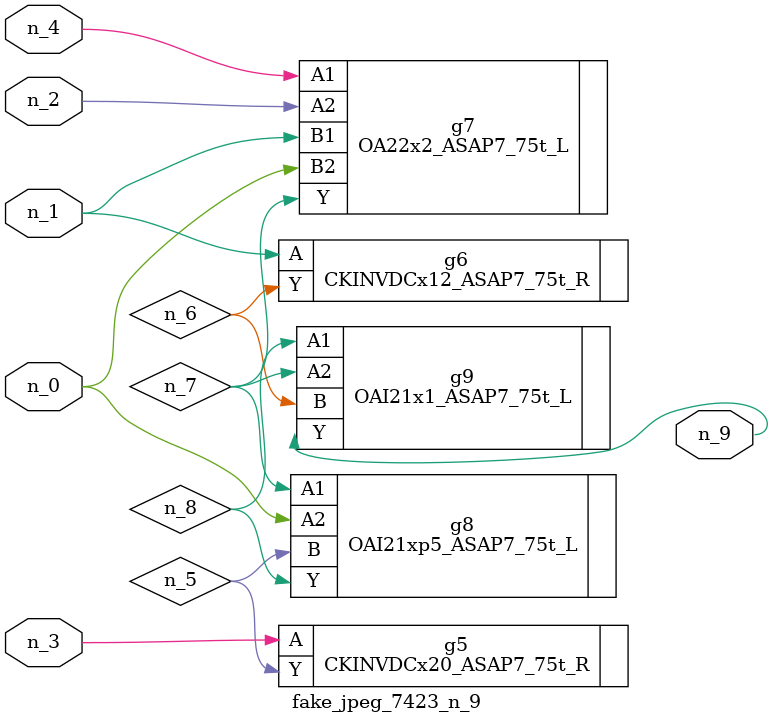
<source format=v>
module fake_jpeg_7423_n_9 (n_3, n_2, n_1, n_0, n_4, n_9);

input n_3;
input n_2;
input n_1;
input n_0;
input n_4;

output n_9;

wire n_8;
wire n_6;
wire n_5;
wire n_7;

CKINVDCx20_ASAP7_75t_R g5 ( 
.A(n_3),
.Y(n_5)
);

CKINVDCx12_ASAP7_75t_R g6 ( 
.A(n_1),
.Y(n_6)
);

OA22x2_ASAP7_75t_L g7 ( 
.A1(n_4),
.A2(n_2),
.B1(n_1),
.B2(n_0),
.Y(n_7)
);

OAI21xp5_ASAP7_75t_L g8 ( 
.A1(n_7),
.A2(n_0),
.B(n_5),
.Y(n_8)
);

OAI21x1_ASAP7_75t_L g9 ( 
.A1(n_8),
.A2(n_7),
.B(n_6),
.Y(n_9)
);


endmodule
</source>
